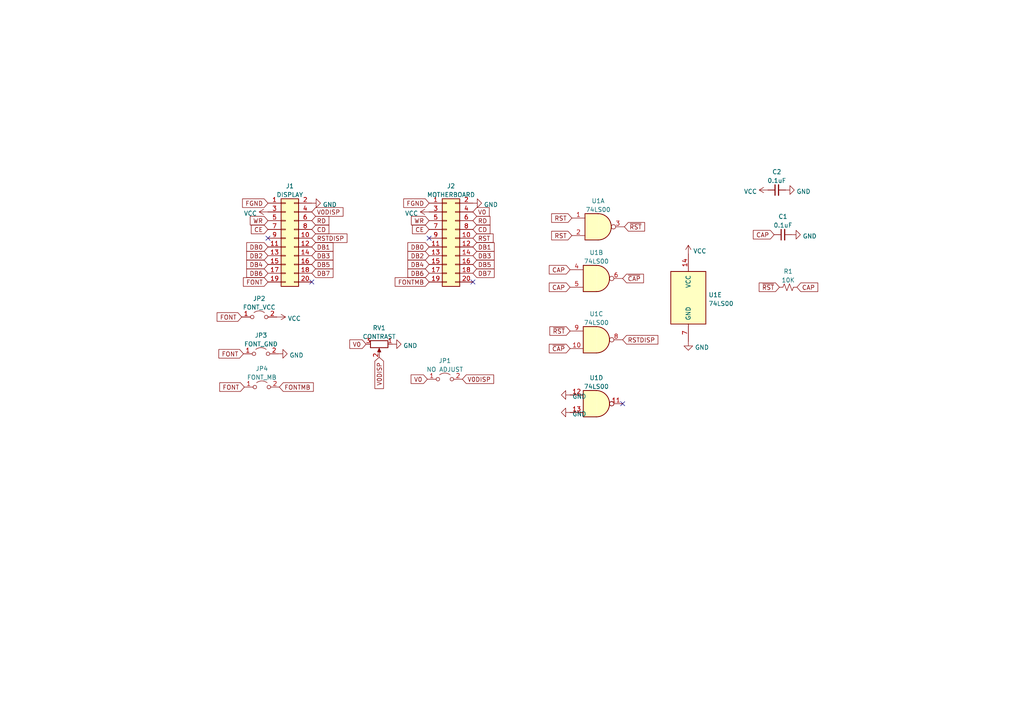
<source format=kicad_sch>
(kicad_sch (version 20230121) (generator eeschema)
  (paper "A4")
  (lib_symbols
    (symbol "74xx:74LS00" (pin_names (offset 1.016))
      (property "Reference" "U" (at 0 1.27 0))
      (property "Value" "74LS00" (at 0 -1.27 0))
      (symbol "74LS00_1_1"
        (arc (start 0 -3.81) (mid 3.7934 0) (end 0 3.81) (stroke (width 0.254)) (fill (type background)))
        (polyline (pts (xy 0 3.81) (xy -3.81 3.81) (xy -3.81 -3.81) (xy 0 -3.81)) (stroke (width 0.254)) (fill (type background)))
        (pin input line (at -7.62 2.54 0) (length 3.81) (name "~") (number "1"))
        (pin input line (at -7.62 -2.54 0) (length 3.81) (name "~") (number "2"))
        (pin output inverted (at 7.62 0 180) (length 3.81) (name "~") (number "3"))
      )
      (symbol "74LS00_1_2"
        (arc (start -3.81 -3.81) (mid -2.589 0) (end -3.81 3.81) (stroke (width 0.254)))
        (arc (start -0.6096 -3.81) (mid 2.1842 -2.5851) (end 3.81 0) (stroke (width 0.254)) (fill (type background)))
        (polyline (pts (xy -3.81 -3.81) (xy -0.635 -3.81)) (stroke (width 0.254)) (fill (type background)))
        (polyline (pts (xy -3.81 3.81) (xy -0.635 3.81)) (stroke (width 0.254)) (fill (type background)))
        (polyline (pts (xy -0.635 3.81) (xy -3.81 3.81) (xy -3.81 3.81) (xy -3.556 3.4036) (xy -3.0226 2.2606) (xy -2.6924 1.0414) (xy -2.6162 -0.254) (xy -2.7686 -1.4986) (xy -3.175 -2.7178) (xy -3.81 -3.81) (xy -3.81 -3.81) (xy -0.635 -3.81)) (stroke (width -25.4)) (fill (type background)))
        (arc (start 3.81 0) (mid 2.1915 2.5936) (end -0.6096 3.81) (stroke (width 0.254)) (fill (type background)))
        (pin input inverted (at -7.62 2.54 0) (length 4.318) (name "~") (number "1"))
        (pin input inverted (at -7.62 -2.54 0) (length 4.318) (name "~") (number "2"))
        (pin output line (at 7.62 0 180) (length 3.81) (name "~") (number "3"))
      )
      (symbol "74LS00_2_1"
        (arc (start 0 -3.81) (mid 3.7934 0) (end 0 3.81) (stroke (width 0.254)) (fill (type background)))
        (polyline (pts (xy 0 3.81) (xy -3.81 3.81) (xy -3.81 -3.81) (xy 0 -3.81)) (stroke (width 0.254)) (fill (type background)))
        (pin input line (at -7.62 2.54 0) (length 3.81) (name "~") (number "4"))
        (pin input line (at -7.62 -2.54 0) (length 3.81) (name "~") (number "5"))
        (pin output inverted (at 7.62 0 180) (length 3.81) (name "~") (number "6"))
      )
      (symbol "74LS00_2_2"
        (arc (start -3.81 -3.81) (mid -2.589 0) (end -3.81 3.81) (stroke (width 0.254)))
        (arc (start -0.6096 -3.81) (mid 2.1842 -2.5851) (end 3.81 0) (stroke (width 0.254)) (fill (type background)))
        (polyline (pts (xy -3.81 -3.81) (xy -0.635 -3.81)) (stroke (width 0.254)) (fill (type background)))
        (polyline (pts (xy -3.81 3.81) (xy -0.635 3.81)) (stroke (width 0.254)) (fill (type background)))
        (polyline (pts (xy -0.635 3.81) (xy -3.81 3.81) (xy -3.81 3.81) (xy -3.556 3.4036) (xy -3.0226 2.2606) (xy -2.6924 1.0414) (xy -2.6162 -0.254) (xy -2.7686 -1.4986) (xy -3.175 -2.7178) (xy -3.81 -3.81) (xy -3.81 -3.81) (xy -0.635 -3.81)) (stroke (width -25.4)) (fill (type background)))
        (arc (start 3.81 0) (mid 2.1915 2.5936) (end -0.6096 3.81) (stroke (width 0.254)) (fill (type background)))
        (pin input inverted (at -7.62 2.54 0) (length 4.318) (name "~") (number "4"))
        (pin input inverted (at -7.62 -2.54 0) (length 4.318) (name "~") (number "5"))
        (pin output line (at 7.62 0 180) (length 3.81) (name "~") (number "6"))
      )
      (symbol "74LS00_3_1"
        (arc (start 0 -3.81) (mid 3.7934 0) (end 0 3.81) (stroke (width 0.254)) (fill (type background)))
        (polyline (pts (xy 0 3.81) (xy -3.81 3.81) (xy -3.81 -3.81) (xy 0 -3.81)) (stroke (width 0.254)) (fill (type background)))
        (pin input line (at -7.62 -2.54 0) (length 3.81) (name "~") (number "10"))
        (pin output inverted (at 7.62 0 180) (length 3.81) (name "~") (number "8"))
        (pin input line (at -7.62 2.54 0) (length 3.81) (name "~") (number "9"))
      )
      (symbol "74LS00_3_2"
        (arc (start -3.81 -3.81) (mid -2.589 0) (end -3.81 3.81) (stroke (width 0.254)))
        (arc (start -0.6096 -3.81) (mid 2.1842 -2.5851) (end 3.81 0) (stroke (width 0.254)) (fill (type background)))
        (polyline (pts (xy -3.81 -3.81) (xy -0.635 -3.81)) (stroke (width 0.254)) (fill (type background)))
        (polyline (pts (xy -3.81 3.81) (xy -0.635 3.81)) (stroke (width 0.254)) (fill (type background)))
        (polyline (pts (xy -0.635 3.81) (xy -3.81 3.81) (xy -3.81 3.81) (xy -3.556 3.4036) (xy -3.0226 2.2606) (xy -2.6924 1.0414) (xy -2.6162 -0.254) (xy -2.7686 -1.4986) (xy -3.175 -2.7178) (xy -3.81 -3.81) (xy -3.81 -3.81) (xy -0.635 -3.81)) (stroke (width -25.4)) (fill (type background)))
        (arc (start 3.81 0) (mid 2.1915 2.5936) (end -0.6096 3.81) (stroke (width 0.254)) (fill (type background)))
        (pin input inverted (at -7.62 -2.54 0) (length 4.318) (name "~") (number "10"))
        (pin output line (at 7.62 0 180) (length 3.81) (name "~") (number "8"))
        (pin input inverted (at -7.62 2.54 0) (length 4.318) (name "~") (number "9"))
      )
      (symbol "74LS00_4_1"
        (arc (start 0 -3.81) (mid 3.7934 0) (end 0 3.81) (stroke (width 0.254)) (fill (type background)))
        (polyline (pts (xy 0 3.81) (xy -3.81 3.81) (xy -3.81 -3.81) (xy 0 -3.81)) (stroke (width 0.254)) (fill (type background)))
        (pin output inverted (at 7.62 0 180) (length 3.81) (name "~") (number "11"))
        (pin input line (at -7.62 2.54 0) (length 3.81) (name "~") (number "12"))
        (pin input line (at -7.62 -2.54 0) (length 3.81) (name "~") (number "13"))
      )
      (symbol "74LS00_4_2"
        (arc (start -3.81 -3.81) (mid -2.589 0) (end -3.81 3.81) (stroke (width 0.254)))
        (arc (start -0.6096 -3.81) (mid 2.1842 -2.5851) (end 3.81 0) (stroke (width 0.254)) (fill (type background)))
        (polyline (pts (xy -3.81 -3.81) (xy -0.635 -3.81)) (stroke (width 0.254)) (fill (type background)))
        (polyline (pts (xy -3.81 3.81) (xy -0.635 3.81)) (stroke (width 0.254)) (fill (type background)))
        (polyline (pts (xy -0.635 3.81) (xy -3.81 3.81) (xy -3.81 3.81) (xy -3.556 3.4036) (xy -3.0226 2.2606) (xy -2.6924 1.0414) (xy -2.6162 -0.254) (xy -2.7686 -1.4986) (xy -3.175 -2.7178) (xy -3.81 -3.81) (xy -3.81 -3.81) (xy -0.635 -3.81)) (stroke (width -25.4)) (fill (type background)))
        (arc (start 3.81 0) (mid 2.1915 2.5936) (end -0.6096 3.81) (stroke (width 0.254)) (fill (type background)))
        (pin output line (at 7.62 0 180) (length 3.81) (name "~") (number "11"))
        (pin input inverted (at -7.62 2.54 0) (length 4.318) (name "~") (number "12"))
        (pin input inverted (at -7.62 -2.54 0) (length 4.318) (name "~") (number "13"))
      )
      (symbol "74LS00_5_0"
        (pin power_in line (at 0 12.7 270) (length 5.08) (name "VCC") (number "14"))
        (pin power_in line (at 0 -12.7 90) (length 5.08) (name "GND") (number "7"))
      )
      (symbol "74LS00_5_1"
        (rectangle (start -5.08 7.62) (end 5.08 -7.62) (stroke (width 0.254)) (fill (type background)))
      )
    )
    (symbol "Connector_Generic:Conn_02x10_Odd_Even" (pin_names (offset 1.016) hide)
      (property "Reference" "J" (at 1.27 12.7 0))
      (property "Value" "Conn_02x10_Odd_Even" (at 1.27 -15.24 0))
      (symbol "Conn_02x10_Odd_Even_1_1"
        (rectangle (start -1.27 -12.573) (end 0 -12.827) (stroke (width 0.1524)))
        (rectangle (start -1.27 -10.033) (end 0 -10.287) (stroke (width 0.1524)))
        (rectangle (start -1.27 -7.493) (end 0 -7.747) (stroke (width 0.1524)))
        (rectangle (start -1.27 -4.953) (end 0 -5.207) (stroke (width 0.1524)))
        (rectangle (start -1.27 -2.413) (end 0 -2.667) (stroke (width 0.1524)))
        (rectangle (start -1.27 0.127) (end 0 -0.127) (stroke (width 0.1524)))
        (rectangle (start -1.27 2.667) (end 0 2.413) (stroke (width 0.1524)))
        (rectangle (start -1.27 5.207) (end 0 4.953) (stroke (width 0.1524)))
        (rectangle (start -1.27 7.747) (end 0 7.493) (stroke (width 0.1524)))
        (rectangle (start -1.27 10.287) (end 0 10.033) (stroke (width 0.1524)))
        (rectangle (start -1.27 11.43) (end 3.81 -13.97) (stroke (width 0.254)) (fill (type background)))
        (rectangle (start 3.81 -12.573) (end 2.54 -12.827) (stroke (width 0.1524)))
        (rectangle (start 3.81 -10.033) (end 2.54 -10.287) (stroke (width 0.1524)))
        (rectangle (start 3.81 -7.493) (end 2.54 -7.747) (stroke (width 0.1524)))
        (rectangle (start 3.81 -4.953) (end 2.54 -5.207) (stroke (width 0.1524)))
        (rectangle (start 3.81 -2.413) (end 2.54 -2.667) (stroke (width 0.1524)))
        (rectangle (start 3.81 0.127) (end 2.54 -0.127) (stroke (width 0.1524)))
        (rectangle (start 3.81 2.667) (end 2.54 2.413) (stroke (width 0.1524)))
        (rectangle (start 3.81 5.207) (end 2.54 4.953) (stroke (width 0.1524)))
        (rectangle (start 3.81 7.747) (end 2.54 7.493) (stroke (width 0.1524)))
        (rectangle (start 3.81 10.287) (end 2.54 10.033) (stroke (width 0.1524)))
        (pin passive line (at -5.08 10.16 0) (length 3.81) (name "Pin_1") (number "1"))
        (pin passive line (at 7.62 0 180) (length 3.81) (name "Pin_10") (number "10"))
        (pin passive line (at -5.08 -2.54 0) (length 3.81) (name "Pin_11") (number "11"))
        (pin passive line (at 7.62 -2.54 180) (length 3.81) (name "Pin_12") (number "12"))
        (pin passive line (at -5.08 -5.08 0) (length 3.81) (name "Pin_13") (number "13"))
        (pin passive line (at 7.62 -5.08 180) (length 3.81) (name "Pin_14") (number "14"))
        (pin passive line (at -5.08 -7.62 0) (length 3.81) (name "Pin_15") (number "15"))
        (pin passive line (at 7.62 -7.62 180) (length 3.81) (name "Pin_16") (number "16"))
        (pin passive line (at -5.08 -10.16 0) (length 3.81) (name "Pin_17") (number "17"))
        (pin passive line (at 7.62 -10.16 180) (length 3.81) (name "Pin_18") (number "18"))
        (pin passive line (at -5.08 -12.7 0) (length 3.81) (name "Pin_19") (number "19"))
        (pin passive line (at 7.62 10.16 180) (length 3.81) (name "Pin_2") (number "2"))
        (pin passive line (at 7.62 -12.7 180) (length 3.81) (name "Pin_20") (number "20"))
        (pin passive line (at -5.08 7.62 0) (length 3.81) (name "Pin_3") (number "3"))
        (pin passive line (at 7.62 7.62 180) (length 3.81) (name "Pin_4") (number "4"))
        (pin passive line (at -5.08 5.08 0) (length 3.81) (name "Pin_5") (number "5"))
        (pin passive line (at 7.62 5.08 180) (length 3.81) (name "Pin_6") (number "6"))
        (pin passive line (at -5.08 2.54 0) (length 3.81) (name "Pin_7") (number "7"))
        (pin passive line (at 7.62 2.54 180) (length 3.81) (name "Pin_8") (number "8"))
        (pin passive line (at -5.08 0 0) (length 3.81) (name "Pin_9") (number "9"))
      )
    )
    (symbol "Device:C_Small" (pin_numbers hide) (pin_names (offset 0.254) hide)
      (property "Reference" "C" (at 0.254 1.778 0))
      (property "Value" "C_Small" (at 0.254 -2.032 0))
      (symbol "C_Small_0_1"
        (polyline (pts (xy -1.524 -0.508) (xy 1.524 -0.508)) (stroke (width 0.3302)))
        (polyline (pts (xy -1.524 0.508) (xy 1.524 0.508)) (stroke (width 0.3048)))
      )
      (symbol "C_Small_1_1"
        (pin passive line (at 0 2.54 270) (length 2.032) (name "~") (number "1"))
        (pin passive line (at 0 -2.54 90) (length 2.032) (name "~") (number "2"))
      )
    )
    (symbol "Device:R_Potentiometer" (pin_names (offset 1.016) hide)
      (property "Reference" "RV" (at -4.445 0 90))
      (property "Value" "R_Potentiometer" (at -2.54 0 90))
      (symbol "R_Potentiometer_0_1"
        (polyline (pts (xy 2.54 0) (xy 1.524 0)))
        (polyline (pts (xy 1.143 0) (xy 2.286 0.508) (xy 2.286 -0.508) (xy 1.143 0)) (fill (type outline)))
        (rectangle (start 1.016 2.54) (end -1.016 -2.54) (stroke (width 0.254)))
      )
      (symbol "R_Potentiometer_1_1"
        (pin passive line (at 0 3.81 270) (length 1.27) (name "1") (number "1"))
        (pin passive line (at 3.81 0 180) (length 1.27) (name "2") (number "2"))
        (pin passive line (at 0 -3.81 90) (length 1.27) (name "3") (number "3"))
      )
    )
    (symbol "Device:R_Small_US" (pin_numbers hide) (pin_names (offset 0.254) hide)
      (property "Reference" "R" (at 0.762 0.508 0))
      (property "Value" "R_Small_US" (at 0.762 -1.016 0))
      (symbol "R_Small_US_1_1"
        (polyline (pts (xy 0 0) (xy 1.016 -0.381) (xy 0 -0.762) (xy -1.016 -1.143) (xy 0 -1.524)))
        (polyline (pts (xy 0 1.524) (xy 1.016 1.143) (xy 0 0.762) (xy -1.016 0.381) (xy 0 0)))
        (pin passive line (at 0 2.54 270) (length 1.016) (name "~") (number "1"))
        (pin passive line (at 0 -2.54 90) (length 1.016) (name "~") (number "2"))
      )
    )
    (symbol "Jumper:Jumper_2_Open" (pin_names (offset 0) hide)
      (property "Reference" "JP" (at 0 2.794 0))
      (property "Value" "Jumper_2_Open" (at 0 -2.286 0))
      (symbol "Jumper_2_Open_0_0"
        (circle (center -2.032 0) (radius 0.508))
        (circle (center 2.032 0) (radius 0.508))
      )
      (symbol "Jumper_2_Open_0_1"
        (arc (start 1.524 1.27) (mid 0 1.778) (end -1.524 1.27))
      )
      (symbol "Jumper_2_Open_1_1"
        (pin passive line (at -5.08 0 0) (length 2.54) (name "A") (number "1"))
        (pin passive line (at 5.08 0 180) (length 2.54) (name "B") (number "2"))
      )
    )
    (symbol "power:GND" (power) (pin_names (offset 0))
      (property "Value" "GND" (at 0 -3.81 0))
      (symbol "GND_0_1"
        (polyline (pts (xy 0 0) (xy 0 -1.27) (xy 1.27 -1.27) (xy 0 -2.54) (xy -1.27 -1.27) (xy 0 -1.27)))
      )
      (symbol "GND_1_1"
        (pin power_in line (at 0 0 270) (length 0) hide (name "GND") (number "1"))
      )
    )
    (symbol "power:VCC" (power) (pin_names (offset 0))
      (property "Value" "VCC" (at 0 3.81 0))
      (symbol "VCC_0_1"
        (polyline (pts (xy -0.762 1.27) (xy 0 2.54)))
        (polyline (pts (xy 0 0) (xy 0 2.54)))
        (polyline (pts (xy 0 2.54) (xy 0.762 1.27)))
      )
      (symbol "VCC_1_1"
        (pin power_in line (at 0 0 90) (length 0) hide (name "VCC") (number "1"))
      )
    )
  )
  (no_connect (at 180.594 117.094))
  (no_connect (at 90.424 81.788))
  (no_connect (at 137.16 81.788))
  (no_connect (at 77.724 69.088))
  (no_connect (at 124.46 69.088))
  (wire (pts (xy 79.502 99.568) (xy 79.756 99.568)))
  (global_label "DB0" (shape input) (at 77.724 71.628 180) (property "Intersheetrefs" "${INTERSHEET_REFS}" (effects hide)))
  (global_label "DB2" (shape input) (at 124.46 74.168 180) (property "Intersheetrefs" "${INTERSHEET_REFS}" (effects hide)))
  (global_label "RST" (shape input) (at 165.862 68.326 180) (property "Intersheetrefs" "${INTERSHEET_REFS}" (effects hide)))
  (global_label "CAP" (shape input) (at 165.354 83.312 180) (property "Intersheetrefs" "${INTERSHEET_REFS}" (effects hide)))
  (global_label "V0DISP" (shape input) (at 134.112 109.982 0) (property "Intersheetrefs" "${INTERSHEET_REFS}" (effects hide)))
  (global_label "DB1" (shape input) (at 90.424 71.628 0) (property "Intersheetrefs" "${INTERSHEET_REFS}" (effects hide)))
  (global_label "FONT" (shape input) (at 70.104 91.948 180) (property "Intersheetrefs" "${INTERSHEET_REFS}" (effects hide)))
  (global_label "RST" (shape input) (at 165.862 63.246 180) (property "Intersheetrefs" "${INTERSHEET_REFS}" (effects hide)))
  (global_label "FONT" (shape input) (at 70.866 112.268 180) (property "Intersheetrefs" "${INTERSHEET_REFS}" (effects hide)))
  (global_label "~{RST}" (shape input) (at 226.06 83.312 180) (property "Intersheetrefs" "${INTERSHEET_REFS}" (effects hide)))
  (global_label "DB7" (shape input) (at 90.424 79.248 0) (property "Intersheetrefs" "${INTERSHEET_REFS}" (effects hide)))
  (global_label "FONT" (shape input) (at 77.724 81.788 180) (property "Intersheetrefs" "${INTERSHEET_REFS}" (effects hide)))
  (global_label "DB3" (shape input) (at 137.16 74.168 0) (property "Intersheetrefs" "${INTERSHEET_REFS}" (effects hide)))
  (global_label "CD" (shape input) (at 137.16 66.548 0) (property "Intersheetrefs" "${INTERSHEET_REFS}" (effects hide)))
  (global_label "WR" (shape input) (at 77.724 64.008 180) (property "Intersheetrefs" "${INTERSHEET_REFS}" (effects hide)))
  (global_label "DB5" (shape input) (at 90.424 76.708 0) (property "Intersheetrefs" "${INTERSHEET_REFS}" (effects hide)))
  (global_label "V0" (shape input) (at 123.952 109.982 180) (property "Intersheetrefs" "${INTERSHEET_REFS}" (effects hide)))
  (global_label "CAP" (shape input) (at 231.14 83.312 0) (property "Intersheetrefs" "${INTERSHEET_REFS}" (effects hide)))
  (global_label "DB6" (shape input) (at 77.724 79.248 180) (property "Intersheetrefs" "${INTERSHEET_REFS}" (effects hide)))
  (global_label "DB5" (shape input) (at 137.16 76.708 0) (property "Intersheetrefs" "${INTERSHEET_REFS}" (effects hide)))
  (global_label "CE" (shape input) (at 77.724 66.548 180) (property "Intersheetrefs" "${INTERSHEET_REFS}" (effects hide)))
  (global_label "RSTDISP" (shape input) (at 180.594 98.552 0) (property "Intersheetrefs" "${INTERSHEET_REFS}" (effects hide)))
  (global_label "FONTMB" (shape input) (at 124.46 81.788 180) (property "Intersheetrefs" "${INTERSHEET_REFS}" (effects hide)))
  (global_label "RD" (shape input) (at 137.16 64.008 0) (property "Intersheetrefs" "${INTERSHEET_REFS}" (effects hide)))
  (global_label "V0DISP" (shape input) (at 90.424 61.468 0) (property "Intersheetrefs" "${INTERSHEET_REFS}" (effects hide)))
  (global_label "V0" (shape input) (at 137.16 61.468 0) (property "Intersheetrefs" "${INTERSHEET_REFS}" (effects hide)))
  (global_label "~{CAP}" (shape input) (at 180.594 80.772 0) (property "Intersheetrefs" "${INTERSHEET_REFS}" (effects hide)))
  (global_label "DB4" (shape input) (at 77.724 76.708 180) (property "Intersheetrefs" "${INTERSHEET_REFS}" (effects hide)))
  (global_label "DB6" (shape input) (at 124.46 79.248 180) (property "Intersheetrefs" "${INTERSHEET_REFS}" (effects hide)))
  (global_label "V0" (shape input) (at 106.172 99.822 180) (property "Intersheetrefs" "${INTERSHEET_REFS}" (effects hide)))
  (global_label "FGND" (shape input) (at 124.46 58.928 180) (property "Intersheetrefs" "${INTERSHEET_REFS}" (effects hide)))
  (global_label "DB4" (shape input) (at 124.46 76.708 180) (property "Intersheetrefs" "${INTERSHEET_REFS}" (effects hide)))
  (global_label "CD" (shape input) (at 90.424 66.548 0) (property "Intersheetrefs" "${INTERSHEET_REFS}" (effects hide)))
  (global_label "CAP" (shape input) (at 165.354 78.232 180) (property "Intersheetrefs" "${INTERSHEET_REFS}" (effects hide)))
  (global_label "DB2" (shape input) (at 77.724 74.168 180) (property "Intersheetrefs" "${INTERSHEET_REFS}" (effects hide)))
  (global_label "DB7" (shape input) (at 137.16 79.248 0) (property "Intersheetrefs" "${INTERSHEET_REFS}" (effects hide)))
  (global_label "RD" (shape input) (at 90.424 64.008 0) (property "Intersheetrefs" "${INTERSHEET_REFS}" (effects hide)))
  (global_label "FONT" (shape input) (at 70.612 102.616 180) (property "Intersheetrefs" "${INTERSHEET_REFS}" (effects hide)))
  (global_label "WR" (shape input) (at 124.46 64.008 180) (property "Intersheetrefs" "${INTERSHEET_REFS}" (effects hide)))
  (global_label "~{RST}" (shape input) (at 181.102 65.786 0) (property "Intersheetrefs" "${INTERSHEET_REFS}" (effects hide)))
  (global_label "RSTDISP" (shape input) (at 90.424 69.088 0) (property "Intersheetrefs" "${INTERSHEET_REFS}" (effects hide)))
  (global_label "V0DISP" (shape input) (at 109.982 103.632 270) (property "Intersheetrefs" "${INTERSHEET_REFS}" (effects hide)))
  (global_label "DB1" (shape input) (at 137.16 71.628 0) (property "Intersheetrefs" "${INTERSHEET_REFS}" (effects hide)))
  (global_label "RST" (shape input) (at 137.16 69.088 0) (property "Intersheetrefs" "${INTERSHEET_REFS}" (effects hide)))
  (global_label "DB0" (shape input) (at 124.46 71.628 180) (property "Intersheetrefs" "${INTERSHEET_REFS}" (effects hide)))
  (global_label "DB3" (shape input) (at 90.424 74.168 0) (property "Intersheetrefs" "${INTERSHEET_REFS}" (effects hide)))
  (global_label "CAP" (shape input) (at 224.536 68.072 180) (property "Intersheetrefs" "${INTERSHEET_REFS}" (effects hide)))
  (global_label "~{CAP}" (shape input) (at 165.354 101.092 180) (property "Intersheetrefs" "${INTERSHEET_REFS}" (effects hide)))
  (global_label "FGND" (shape input) (at 77.724 58.928 180) (property "Intersheetrefs" "${INTERSHEET_REFS}" (effects hide)))
  (global_label "CE" (shape input) (at 124.46 66.548 180) (property "Intersheetrefs" "${INTERSHEET_REFS}" (effects hide)))
  (global_label "FONTMB" (shape input) (at 81.026 112.268 0) (property "Intersheetrefs" "${INTERSHEET_REFS}" (effects hide)))
  (global_label "~{RST}" (shape input) (at 165.354 96.012 180) (property "Intersheetrefs" "${INTERSHEET_REFS}" (effects hide)))
  (symbol (lib_id "Jumper:Jumper_2_Open") (at 75.946 112.268 0) (unit 1)
    (property "Reference" "JP4" (at 75.946 106.9172 0))
    (property "Value" "FONT_MB" (at 75.946 109.4541 0))
    (property "Footprint" "Jumper:SolderJumper-2_P1.3mm_Open_RoundedPad1.0x1.5mm" (effects hide))
  )
  (symbol (lib_id "power:VCC") (at 77.724 61.468 90) (unit 1)
    (property "Reference" "#PWR0110" (effects hide))
    (property "Value" "VCC" (at 74.549 61.9018 90) (effects (justify left)))
  )
  (symbol (lib_id "power:GND") (at 165.354 119.634 270) (unit 1)
    (property "Reference" "#PWR0106" (effects hide))
    (property "Value" "GND" (at 165.989 120.0678 90) (effects (justify left)))
  )
  (symbol (lib_id "Device:R_Potentiometer") (at 109.982 99.822 270) (unit 1)
    (property "Reference" "RV1" (at 109.982 95.1062 90))
    (property "Value" "CONTRAST" (at 109.982 97.6431 90))
    (property "Footprint" "Potentiometer_THT:Potentiometer_Runtron_RM-065_Vertical" (effects hide))
  )
  (symbol (lib_id "Jumper:Jumper_2_Open") (at 129.032 109.982 0) (unit 1)
    (property "Reference" "JP1" (at 129.032 104.6312 0))
    (property "Value" "NO ADJUST" (at 129.032 107.1681 0))
    (property "Footprint" "Jumper:SolderJumper-2_P1.3mm_Open_RoundedPad1.0x1.5mm" (effects hide))
  )
  (symbol (lib_id "power:GND") (at 90.424 58.928 90) (unit 1)
    (property "Reference" "#PWR0101" (effects hide))
    (property "Value" "GND" (at 93.599 59.3618 90) (effects (justify right)))
  )
  (symbol (lib_id "power:GND") (at 229.616 68.072 90) (unit 1)
    (property "Reference" "#PWR0104" (effects hide))
    (property "Value" "GND" (at 232.791 68.5058 90) (effects (justify right)))
  )
  (symbol (lib_id "power:VCC") (at 222.758 55.118 90) (unit 1)
    (property "Reference" "#PWR0114" (effects hide))
    (property "Value" "VCC" (at 219.583 55.5518 90) (effects (justify left)))
  )
  (symbol (lib_id "74xx:74LS00") (at 172.974 80.772 0) (unit 2)
    (property "Reference" "U1" (at 172.974 73.2622 0))
    (property "Value" "74LS00" (at 172.974 75.7991 0))
    (property "Footprint" "Package_SO:SOIC-14_3.9x8.7mm_P1.27mm" (effects hide))
    (property "Datasheet" "http://www.ti.com/lit/gpn/sn74ls00" (effects hide))
    (property "LCSC" "C609793" (effects hide))
  )
  (symbol (lib_id "Device:C_Small") (at 225.298 55.118 90) (unit 1)
    (property "Reference" "C2" (at 225.3043 49.8561 90))
    (property "Value" "0.1uF" (at 225.3043 52.393 90))
    (property "Footprint" "Capacitor_SMD:C_0603_1608Metric" (effects hide))
    (property "LCSC" "C14663" (effects hide))
  )
  (symbol (lib_id "74xx:74LS00") (at 172.974 117.094 0) (unit 4)
    (property "Reference" "U1" (at 172.974 109.5842 0))
    (property "Value" "74LS00" (at 172.974 112.1211 0))
    (property "Footprint" "Package_SO:SOIC-14_3.9x8.7mm_P1.27mm" (effects hide))
    (property "Datasheet" "http://www.ti.com/lit/gpn/sn74ls00" (effects hide))
    (property "LCSC" "C609793" (effects hide))
  )
  (symbol (lib_id "74xx:74LS00") (at 199.644 86.36 0) (unit 5)
    (property "Reference" "U1" (at 205.486 85.5253 0) (effects (justify left)))
    (property "Value" "74LS00" (at 205.486 88.0622 0) (effects (justify left)))
    (property "Footprint" "Package_SO:SOIC-14_3.9x8.7mm_P1.27mm" (effects hide))
    (property "Datasheet" "http://www.ti.com/lit/gpn/sn74ls00" (effects hide))
    (property "LCSC" "C609793" (effects hide))
  )
  (symbol (lib_id "power:VCC") (at 199.644 73.66 0) (unit 1)
    (property "Reference" "#PWR0113" (effects hide))
    (property "Value" "VCC" (at 201.041 72.8238 0) (effects (justify left)))
  )
  (symbol (lib_id "Connector_Generic:Conn_02x10_Odd_Even") (at 82.804 69.088 0) (unit 1)
    (property "Reference" "J1" (at 84.074 53.9582 0))
    (property "Value" "DISPLAY" (at 84.074 56.4951 0))
    (property "Footprint" "Connector_PinHeader_2.54mm:PinHeader_2x10_P2.54mm_Vertical_SMD" (effects hide))
  )
  (symbol (lib_id "Device:R_Small_US") (at 228.6 83.312 90) (unit 1)
    (property "Reference" "R1" (at 228.6 78.7232 90))
    (property "Value" "10K" (at 228.6 81.2601 90))
    (property "Footprint" "Resistor_SMD:R_0603_1608Metric" (effects hide))
    (property "LCSC" "C25804" (effects hide))
  )
  (symbol (lib_id "power:GND") (at 137.16 58.928 90) (unit 1)
    (property "Reference" "#PWR0103" (effects hide))
    (property "Value" "GND" (at 140.335 59.3618 90) (effects (justify right)))
  )
  (symbol (lib_id "74xx:74LS00") (at 173.482 65.786 0) (unit 1)
    (property "Reference" "U1" (at 173.482 58.2762 0))
    (property "Value" "74LS00" (at 173.482 60.8131 0))
    (property "Footprint" "Package_SO:SOIC-14_3.9x8.7mm_P1.27mm" (effects hide))
    (property "Datasheet" "http://www.ti.com/lit/gpn/sn74ls00" (effects hide))
    (property "LCSC" "C609793" (effects hide))
  )
  (symbol (lib_id "power:GND") (at 80.772 102.616 90) (unit 1)
    (property "Reference" "#PWR0109" (effects hide))
    (property "Value" "GND" (at 83.947 103.0498 90) (effects (justify right)))
  )
  (symbol (lib_id "power:GND") (at 113.792 99.822 90) (unit 1)
    (property "Reference" "#PWR0102" (effects hide))
    (property "Value" "GND" (at 116.967 100.2558 90) (effects (justify right)))
  )
  (symbol (lib_id "power:GND") (at 199.644 99.06 0) (unit 1)
    (property "Reference" "#PWR0107" (effects hide))
    (property "Value" "GND" (at 201.549 100.7638 0) (effects (justify left)))
  )
  (symbol (lib_id "power:VCC") (at 124.46 61.468 90) (unit 1)
    (property "Reference" "#PWR0111" (effects hide))
    (property "Value" "VCC" (at 121.285 61.9018 90) (effects (justify left)))
  )
  (symbol (lib_id "Device:C_Small") (at 227.076 68.072 90) (unit 1)
    (property "Reference" "C1" (at 227.0823 62.8101 90))
    (property "Value" "0.1uF" (at 227.0823 65.347 90))
    (property "Footprint" "Capacitor_SMD:C_0603_1608Metric" (effects hide))
    (property "LCSC" "C14663" (effects hide))
  )
  (symbol (lib_id "Connector_Generic:Conn_02x10_Odd_Even") (at 129.54 69.088 0) (unit 1)
    (property "Reference" "J2" (at 130.81 53.9582 0))
    (property "Value" "MOTHERBOARD" (at 130.81 56.4951 0))
    (property "Footprint" "Connector_PinSocket_2.54mm:PinSocket_2x10_P2.54mm_Vertical_SMD" (effects hide))
  )
  (symbol (lib_id "74xx:74LS00") (at 172.974 98.552 0) (unit 3)
    (property "Reference" "U1" (at 172.974 91.0422 0))
    (property "Value" "74LS00" (at 172.974 93.5791 0))
    (property "Footprint" "Package_SO:SOIC-14_3.9x8.7mm_P1.27mm" (effects hide))
    (property "Datasheet" "http://www.ti.com/lit/gpn/sn74ls00" (effects hide))
    (property "LCSC" "C609793" (effects hide))
  )
  (symbol (lib_id "Jumper:Jumper_2_Open") (at 75.184 91.948 0) (unit 1)
    (property "Reference" "JP2" (at 75.184 86.5972 0))
    (property "Value" "FONT_VCC" (at 75.184 89.1341 0))
    (property "Footprint" "Jumper:SolderJumper-2_P1.3mm_Bridged_RoundedPad1.0x1.5mm" (effects hide))
  )
  (symbol (lib_id "power:GND") (at 165.354 114.554 270) (unit 1)
    (property "Reference" "#PWR0105" (effects hide))
    (property "Value" "GND" (at 165.989 114.9878 90) (effects (justify left)))
  )
  (symbol (lib_id "power:GND") (at 227.838 55.118 90) (unit 1)
    (property "Reference" "#PWR0108" (effects hide))
    (property "Value" "GND" (at 231.013 55.5518 90) (effects (justify right)))
  )
  (symbol (lib_id "power:VCC") (at 80.264 91.948 270) (unit 1)
    (property "Reference" "#PWR0112" (effects hide))
    (property "Value" "VCC" (at 83.439 92.3818 90) (effects (justify left)))
  )
  (symbol (lib_id "Jumper:Jumper_2_Open") (at 75.692 102.616 0) (unit 1)
    (property "Reference" "JP3" (at 75.692 97.2652 0))
    (property "Value" "FONT_GND" (at 75.692 99.8021 0))
    (property "Footprint" "Jumper:SolderJumper-2_P1.3mm_Open_RoundedPad1.0x1.5mm" (effects hide))
  )
)
</source>
